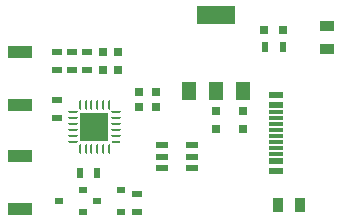
<source format=gbr>
%TF.GenerationSoftware,Altium Limited,Altium Designer,24.5.1 (21)*%
G04 Layer_Color=8421504*
%FSLAX45Y45*%
%MOMM*%
%TF.SameCoordinates,A89F510B-B2DD-4167-9D38-4ED2E7CAC25F*%
%TF.FilePolarity,Positive*%
%TF.FileFunction,Paste,Top*%
%TF.Part,Single*%
G01*
G75*
%TA.AperFunction,ConnectorPad*%
%ADD10R,1.15000X0.60000*%
%ADD11R,1.15000X0.30000*%
%TA.AperFunction,SMDPad,CuDef*%
%ADD12R,3.30000X1.60000*%
%ADD13R,1.20000X1.60000*%
%ADD14R,2.00000X1.05000*%
%ADD19R,0.80000X0.60000*%
%ADD25R,0.80000X0.80000*%
%ADD26R,0.80000X0.80000*%
%TA.AperFunction,NonConductor*%
%ADD64R,1.61276X1.61276*%
%TA.AperFunction,SMDPad,CuDef*%
%ADD65R,0.84390X0.54390*%
%ADD66R,0.54390X0.84390*%
%ADD67R,1.26041X0.91041*%
%ADD68R,0.91041X1.26041*%
G04:AMPARAMS|DCode=69|XSize=0.2098mm|YSize=0.78015mm|CornerRadius=0.1049mm|HoleSize=0mm|Usage=FLASHONLY|Rotation=180.000|XOffset=0mm|YOffset=0mm|HoleType=Round|Shape=RoundedRectangle|*
%AMROUNDEDRECTD69*
21,1,0.20980,0.57035,0,0,180.0*
21,1,0.00000,0.78015,0,0,180.0*
1,1,0.20980,0.00000,0.28518*
1,1,0.20980,0.00000,0.28518*
1,1,0.20980,0.00000,-0.28518*
1,1,0.20980,0.00000,-0.28518*
%
%ADD69ROUNDEDRECTD69*%
G04:AMPARAMS|DCode=70|XSize=0.78015mm|YSize=0.2098mm|CornerRadius=0.1049mm|HoleSize=0mm|Usage=FLASHONLY|Rotation=180.000|XOffset=0mm|YOffset=0mm|HoleType=Round|Shape=RoundedRectangle|*
%AMROUNDEDRECTD70*
21,1,0.78015,0.00000,0,0,180.0*
21,1,0.57035,0.20980,0,0,180.0*
1,1,0.20980,-0.28518,0.00000*
1,1,0.20980,0.28518,0.00000*
1,1,0.20980,0.28518,0.00000*
1,1,0.20980,-0.28518,0.00000*
%
%ADD70ROUNDEDRECTD70*%
%ADD71R,0.78116X0.21080*%
%ADD72R,2.35099X2.35099*%
%ADD73R,1.03962X0.53962*%
D10*
X16537500Y6470000D02*
D03*
Y6390000D02*
D03*
Y5910000D02*
D03*
Y5830000D02*
D03*
D11*
Y6325000D02*
D03*
Y6275000D02*
D03*
Y6225000D02*
D03*
Y6175000D02*
D03*
Y5975000D02*
D03*
Y6025000D02*
D03*
Y6075000D02*
D03*
Y6125000D02*
D03*
D12*
X16030000Y7150000D02*
D03*
D13*
X16260001Y6510000D02*
D03*
X16030000D02*
D03*
X15800000D02*
D03*
D14*
X14370000Y5952500D02*
D03*
Y5507500D02*
D03*
Y6832500D02*
D03*
Y6387500D02*
D03*
D19*
X15025000Y5575000D02*
D03*
X15227000Y5670000D02*
D03*
Y5480000D02*
D03*
X14699001Y5575000D02*
D03*
X14900999Y5670000D02*
D03*
Y5480000D02*
D03*
D25*
X16600000Y7020000D02*
D03*
X16439999D02*
D03*
X15525000Y6495000D02*
D03*
X15375000D02*
D03*
X15525000Y6370000D02*
D03*
X15375000D02*
D03*
D26*
X15070000Y6685000D02*
D03*
Y6835000D02*
D03*
X15200000Y6685000D02*
D03*
Y6835000D02*
D03*
X16030000Y6185000D02*
D03*
Y6335000D02*
D03*
X16260001Y6185000D02*
D03*
Y6335000D02*
D03*
D64*
X15000000Y6200000D02*
D03*
D65*
X14680000Y6835000D02*
D03*
Y6685000D02*
D03*
X14810001Y6835000D02*
D03*
Y6685000D02*
D03*
X14680000Y6280000D02*
D03*
Y6430000D02*
D03*
X15360001Y5635000D02*
D03*
Y5485000D02*
D03*
X14939999Y6685000D02*
D03*
Y6835000D02*
D03*
D66*
X14875000Y5810000D02*
D03*
X15025000D02*
D03*
X16445000Y6880000D02*
D03*
X16595000D02*
D03*
D67*
X16970000Y6865000D02*
D03*
Y7055000D02*
D03*
D68*
X16745000Y5540000D02*
D03*
X16555000D02*
D03*
D69*
X15125000Y6014875D02*
D03*
X15075000D02*
D03*
X15025000D02*
D03*
X14975000D02*
D03*
X14925000D02*
D03*
X14875000D02*
D03*
Y6385125D02*
D03*
X14925000D02*
D03*
X14975000D02*
D03*
X15025000D02*
D03*
X15075000D02*
D03*
X15125000D02*
D03*
D70*
X14814874Y6075000D02*
D03*
Y6125000D02*
D03*
Y6175000D02*
D03*
Y6225000D02*
D03*
Y6275000D02*
D03*
Y6325000D02*
D03*
X15185126D02*
D03*
Y6275000D02*
D03*
Y6225000D02*
D03*
Y6175000D02*
D03*
Y6125000D02*
D03*
D71*
Y6075000D02*
D03*
D72*
X15000000Y6200000D02*
D03*
D73*
X15572501Y5950000D02*
D03*
Y6045000D02*
D03*
X15822501D02*
D03*
Y5950000D02*
D03*
Y5855000D02*
D03*
X15572501D02*
D03*
%TF.MD5,22f10de5c84953060098faf88781350a*%
M02*

</source>
